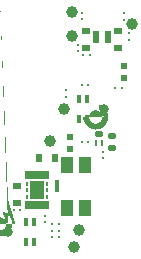
<source format=gbr>
G04 #@! TF.GenerationSoftware,KiCad,Pcbnew,7.0.10-7.0.10~ubuntu20.04.1*
G04 #@! TF.CreationDate,2024-01-02T22:15:02+00:00*
G04 #@! TF.ProjectId,yote,796f7465-2e6b-4696-9361-645f70636258,rev?*
G04 #@! TF.SameCoordinates,Original*
G04 #@! TF.FileFunction,Soldermask,Bot*
G04 #@! TF.FilePolarity,Negative*
%FSLAX46Y46*%
G04 Gerber Fmt 4.6, Leading zero omitted, Abs format (unit mm)*
G04 Created by KiCad (PCBNEW 7.0.10-7.0.10~ubuntu20.04.1) date 2024-01-02 22:15:02*
%MOMM*%
%LPD*%
G01*
G04 APERTURE LIST*
G04 Aperture macros list*
%AMRoundRect*
0 Rectangle with rounded corners*
0 $1 Rounding radius*
0 $2 $3 $4 $5 $6 $7 $8 $9 X,Y pos of 4 corners*
0 Add a 4 corners polygon primitive as box body*
4,1,4,$2,$3,$4,$5,$6,$7,$8,$9,$2,$3,0*
0 Add four circle primitives for the rounded corners*
1,1,$1+$1,$2,$3*
1,1,$1+$1,$4,$5*
1,1,$1+$1,$6,$7*
1,1,$1+$1,$8,$9*
0 Add four rect primitives between the rounded corners*
20,1,$1+$1,$2,$3,$4,$5,0*
20,1,$1+$1,$4,$5,$6,$7,0*
20,1,$1+$1,$6,$7,$8,$9,0*
20,1,$1+$1,$8,$9,$2,$3,0*%
%AMFreePoly0*
4,1,59,-0.493204,1.039632,-0.294356,0.979312,-0.111096,0.881358,0.049533,0.749533,0.181358,0.588904,0.279312,0.405644,0.339632,0.206796,0.360000,0.000000,0.339632,-0.206796,0.279312,-0.405644,0.181358,-0.588904,0.049533,-0.749533,-0.111096,-0.881358,-0.294356,-0.979312,-0.493204,-1.039632,-0.700000,-1.060000,-0.906796,-1.039632,-1.105644,-0.979312,-1.288904,-0.881358,-1.449533,-0.749533,
-1.581358,-0.588904,-1.679312,-0.405644,-1.739632,-0.206796,-1.760000,0.000000,-1.264832,0.000000,-1.245586,-0.146189,-1.189159,-0.282416,-1.099397,-0.399397,-0.982416,-0.489159,-0.846189,-0.545586,-0.700000,-0.564832,-0.553811,-0.545586,-0.417584,-0.489159,-0.300603,-0.399397,-0.210841,-0.282416,-0.154414,-0.146189,-0.135168,0.000000,-0.154414,0.146189,-0.210841,0.282416,-0.300603,0.399397,
-0.417584,0.489159,-0.553811,0.545586,-0.700000,0.564832,-0.846189,0.545586,-0.982416,0.489159,-1.099397,0.399397,-1.189159,0.282416,-1.245586,0.146189,-1.264832,0.000000,-1.760000,0.000000,-1.739632,0.206796,-1.679312,0.405644,-1.581358,0.588904,-1.449533,0.749533,-1.288904,0.881358,-1.105644,0.979312,-0.906796,1.039632,-0.700000,1.060000,-0.493204,1.039632,-0.493204,1.039632,
$1*%
G04 Aperture macros list end*
%ADD10C,1.000000*%
%ADD11C,0.990600*%
%ADD12R,0.270000X0.250000*%
%ADD13R,0.500000X0.600000*%
%ADD14R,0.250000X0.270000*%
%ADD15R,0.800000X0.600000*%
%ADD16R,0.350000X1.100000*%
%ADD17R,1.050000X1.400000*%
%ADD18C,0.800000*%
%ADD19R,0.450000X0.750000*%
%ADD20FreePoly0,270.000000*%
%ADD21FreePoly0,90.000000*%
%ADD22R,1.143000X1.549400*%
%ADD23R,2.057400X0.635000*%
%ADD24R,0.254000X0.355600*%
%ADD25R,0.508000X1.092200*%
%ADD26RoundRect,0.147500X0.172500X-0.147500X0.172500X0.147500X-0.172500X0.147500X-0.172500X-0.147500X0*%
%ADD27RoundRect,0.050000X0.050000X-0.200000X0.050000X0.200000X-0.050000X0.200000X-0.050000X-0.200000X0*%
%ADD28RoundRect,0.050000X0.275000X-0.200000X0.275000X0.200000X-0.275000X0.200000X-0.275000X-0.200000X0*%
%ADD29R,0.600000X0.800000*%
G04 APERTURE END LIST*
D10*
X27400000Y44210000D03*
X27400000Y44210000D03*
X29420000Y35220000D03*
X29420000Y35220000D03*
X29820000Y36670000D03*
X29820000Y36670000D03*
X28600000Y46890000D03*
X28600000Y46890000D03*
D11*
X34320000Y54130000D03*
X29240000Y53114000D03*
X29240000Y55146000D03*
D12*
X29750000Y51765000D03*
X29750000Y52315000D03*
X34060000Y52770000D03*
X34060000Y53320000D03*
D13*
X33660000Y49500000D03*
X33660000Y50500000D03*
D14*
X32920000Y48710000D03*
X33470000Y48710000D03*
X28145000Y36600000D03*
X27595000Y36600000D03*
D12*
X30120000Y54485000D03*
X30120000Y55035000D03*
D15*
X33170000Y52070000D03*
X33170000Y53470000D03*
D14*
X27590000Y36060000D03*
X28140000Y36060000D03*
D16*
X27945000Y40350000D03*
D17*
X30320000Y38550000D03*
X30320000Y42150000D03*
X28870000Y38550000D03*
X28870000Y42150000D03*
D14*
X27600000Y37145000D03*
X28150000Y37145000D03*
D15*
X24620000Y38950000D03*
X24620000Y40350000D03*
D14*
X30085000Y48890000D03*
X30635000Y48890000D03*
D18*
X32000001Y46880001D03*
D19*
X29820001Y46030001D03*
X30520001Y46030001D03*
X29820001Y47730001D03*
X30520001Y47730001D03*
D20*
X32000001Y46180001D03*
D18*
X23845471Y36465017D03*
D19*
X26025471Y37315017D03*
X25325471Y37315017D03*
X26025471Y35615017D03*
X25325471Y35615017D03*
D21*
X23845471Y37165017D03*
D22*
X26300000Y40010000D03*
D23*
X26300000Y41292700D03*
X26300000Y38727300D03*
D24*
X27125500Y39460001D03*
X27125500Y40010000D03*
X27125500Y40559999D03*
X25474500Y40559999D03*
X25474500Y40010000D03*
X25474500Y39460001D03*
D14*
X24305000Y38350000D03*
X24855000Y38350000D03*
D12*
X31920000Y43295000D03*
X31920000Y42745000D03*
D25*
X32319998Y52970000D03*
X31320000Y52970000D03*
D26*
X32620000Y44597500D03*
X32620000Y43627500D03*
D14*
X30745000Y51470000D03*
X30195000Y51470000D03*
D27*
X31320000Y43995000D03*
X31770000Y43995000D03*
D28*
X31545000Y44745000D03*
D14*
X30620000Y44070000D03*
X30070000Y44070000D03*
D15*
X30470000Y52100000D03*
X30470000Y53500000D03*
D12*
X33620000Y54455000D03*
X33620000Y55005000D03*
X26970000Y37860000D03*
X26970000Y37310000D03*
X28770000Y47935000D03*
X28770000Y48485000D03*
D29*
X26440000Y42710000D03*
X27840000Y42710000D03*
D13*
X29070000Y43520000D03*
X29070000Y44520000D03*
M02*

</source>
